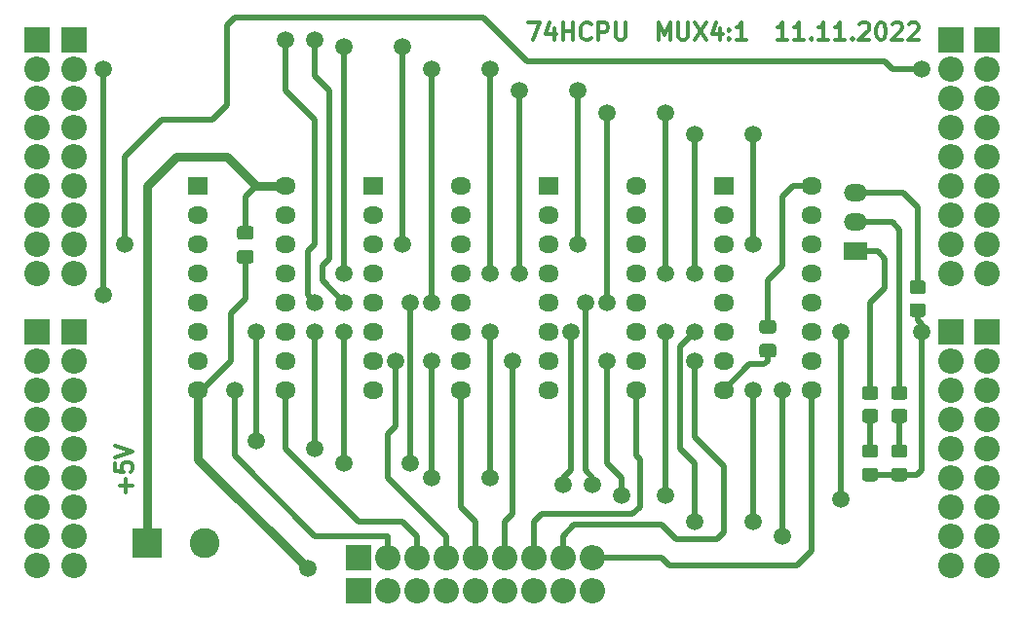
<source format=gbr>
%TF.GenerationSoftware,KiCad,Pcbnew,(5.1.8)-1*%
%TF.CreationDate,2022-11-12T22:57:04+03:00*%
%TF.ProjectId,MUX4x1,4d555834-7831-42e6-9b69-6361645f7063,rev?*%
%TF.SameCoordinates,Original*%
%TF.FileFunction,Copper,L1,Top*%
%TF.FilePolarity,Positive*%
%FSLAX46Y46*%
G04 Gerber Fmt 4.6, Leading zero omitted, Abs format (unit mm)*
G04 Created by KiCad (PCBNEW (5.1.8)-1) date 2022-11-12 22:57:04*
%MOMM*%
%LPD*%
G01*
G04 APERTURE LIST*
%TA.AperFunction,NonConductor*%
%ADD10C,0.300000*%
%TD*%
%TA.AperFunction,ComponentPad*%
%ADD11O,2.200000X2.200000*%
%TD*%
%TA.AperFunction,ComponentPad*%
%ADD12R,2.200000X2.200000*%
%TD*%
%TA.AperFunction,ComponentPad*%
%ADD13O,1.800000X1.500000*%
%TD*%
%TA.AperFunction,ComponentPad*%
%ADD14R,1.800000X1.500000*%
%TD*%
%TA.AperFunction,ComponentPad*%
%ADD15O,2.000000X1.500000*%
%TD*%
%TA.AperFunction,ComponentPad*%
%ADD16R,2.000000X1.500000*%
%TD*%
%TA.AperFunction,ComponentPad*%
%ADD17R,2.600000X2.600000*%
%TD*%
%TA.AperFunction,ComponentPad*%
%ADD18C,2.600000*%
%TD*%
%TA.AperFunction,ViaPad*%
%ADD19C,1.500000*%
%TD*%
%TA.AperFunction,Conductor*%
%ADD20C,0.800000*%
%TD*%
%TA.AperFunction,Conductor*%
%ADD21C,0.500000*%
%TD*%
G04 APERTURE END LIST*
D10*
X81387142Y-100353571D02*
X81387142Y-99210714D01*
X81958571Y-99782142D02*
X80815714Y-99782142D01*
X80458571Y-97782142D02*
X80458571Y-98496428D01*
X81172857Y-98567857D01*
X81101428Y-98496428D01*
X81030000Y-98353571D01*
X81030000Y-97996428D01*
X81101428Y-97853571D01*
X81172857Y-97782142D01*
X81315714Y-97710714D01*
X81672857Y-97710714D01*
X81815714Y-97782142D01*
X81887142Y-97853571D01*
X81958571Y-97996428D01*
X81958571Y-98353571D01*
X81887142Y-98496428D01*
X81815714Y-98567857D01*
X80458571Y-97282142D02*
X81958571Y-96782142D01*
X80458571Y-96282142D01*
X138859285Y-61003571D02*
X138002142Y-61003571D01*
X138430714Y-61003571D02*
X138430714Y-59503571D01*
X138287857Y-59717857D01*
X138145000Y-59860714D01*
X138002142Y-59932142D01*
X140287857Y-61003571D02*
X139430714Y-61003571D01*
X139859285Y-61003571D02*
X139859285Y-59503571D01*
X139716428Y-59717857D01*
X139573571Y-59860714D01*
X139430714Y-59932142D01*
X140930714Y-60860714D02*
X141002142Y-60932142D01*
X140930714Y-61003571D01*
X140859285Y-60932142D01*
X140930714Y-60860714D01*
X140930714Y-61003571D01*
X142430714Y-61003571D02*
X141573571Y-61003571D01*
X142002142Y-61003571D02*
X142002142Y-59503571D01*
X141859285Y-59717857D01*
X141716428Y-59860714D01*
X141573571Y-59932142D01*
X143859285Y-61003571D02*
X143002142Y-61003571D01*
X143430714Y-61003571D02*
X143430714Y-59503571D01*
X143287857Y-59717857D01*
X143145000Y-59860714D01*
X143002142Y-59932142D01*
X144502142Y-60860714D02*
X144573571Y-60932142D01*
X144502142Y-61003571D01*
X144430714Y-60932142D01*
X144502142Y-60860714D01*
X144502142Y-61003571D01*
X145145000Y-59646428D02*
X145216428Y-59575000D01*
X145359285Y-59503571D01*
X145716428Y-59503571D01*
X145859285Y-59575000D01*
X145930714Y-59646428D01*
X146002142Y-59789285D01*
X146002142Y-59932142D01*
X145930714Y-60146428D01*
X145073571Y-61003571D01*
X146002142Y-61003571D01*
X146930714Y-59503571D02*
X147073571Y-59503571D01*
X147216428Y-59575000D01*
X147287857Y-59646428D01*
X147359285Y-59789285D01*
X147430714Y-60075000D01*
X147430714Y-60432142D01*
X147359285Y-60717857D01*
X147287857Y-60860714D01*
X147216428Y-60932142D01*
X147073571Y-61003571D01*
X146930714Y-61003571D01*
X146787857Y-60932142D01*
X146716428Y-60860714D01*
X146645000Y-60717857D01*
X146573571Y-60432142D01*
X146573571Y-60075000D01*
X146645000Y-59789285D01*
X146716428Y-59646428D01*
X146787857Y-59575000D01*
X146930714Y-59503571D01*
X148002142Y-59646428D02*
X148073571Y-59575000D01*
X148216428Y-59503571D01*
X148573571Y-59503571D01*
X148716428Y-59575000D01*
X148787857Y-59646428D01*
X148859285Y-59789285D01*
X148859285Y-59932142D01*
X148787857Y-60146428D01*
X147930714Y-61003571D01*
X148859285Y-61003571D01*
X149430714Y-59646428D02*
X149502142Y-59575000D01*
X149645000Y-59503571D01*
X150002142Y-59503571D01*
X150145000Y-59575000D01*
X150216428Y-59646428D01*
X150287857Y-59789285D01*
X150287857Y-59932142D01*
X150216428Y-60146428D01*
X149359285Y-61003571D01*
X150287857Y-61003571D01*
X127659285Y-61003571D02*
X127659285Y-59503571D01*
X128159285Y-60575000D01*
X128659285Y-59503571D01*
X128659285Y-61003571D01*
X129373571Y-59503571D02*
X129373571Y-60717857D01*
X129445000Y-60860714D01*
X129516428Y-60932142D01*
X129659285Y-61003571D01*
X129945000Y-61003571D01*
X130087857Y-60932142D01*
X130159285Y-60860714D01*
X130230714Y-60717857D01*
X130230714Y-59503571D01*
X130802142Y-59503571D02*
X131802142Y-61003571D01*
X131802142Y-59503571D02*
X130802142Y-61003571D01*
X133016428Y-60003571D02*
X133016428Y-61003571D01*
X132659285Y-59432142D02*
X132302142Y-60503571D01*
X133230714Y-60503571D01*
X133802142Y-60860714D02*
X133873571Y-60932142D01*
X133802142Y-61003571D01*
X133730714Y-60932142D01*
X133802142Y-60860714D01*
X133802142Y-61003571D01*
X133802142Y-60075000D02*
X133873571Y-60146428D01*
X133802142Y-60217857D01*
X133730714Y-60146428D01*
X133802142Y-60075000D01*
X133802142Y-60217857D01*
X135302142Y-61003571D02*
X134445000Y-61003571D01*
X134873571Y-61003571D02*
X134873571Y-59503571D01*
X134730714Y-59717857D01*
X134587857Y-59860714D01*
X134445000Y-59932142D01*
X116364285Y-59503571D02*
X117364285Y-59503571D01*
X116721428Y-61003571D01*
X118578571Y-60003571D02*
X118578571Y-61003571D01*
X118221428Y-59432142D02*
X117864285Y-60503571D01*
X118792857Y-60503571D01*
X119364285Y-61003571D02*
X119364285Y-59503571D01*
X119364285Y-60217857D02*
X120221428Y-60217857D01*
X120221428Y-61003571D02*
X120221428Y-59503571D01*
X121792857Y-60860714D02*
X121721428Y-60932142D01*
X121507142Y-61003571D01*
X121364285Y-61003571D01*
X121150000Y-60932142D01*
X121007142Y-60789285D01*
X120935714Y-60646428D01*
X120864285Y-60360714D01*
X120864285Y-60146428D01*
X120935714Y-59860714D01*
X121007142Y-59717857D01*
X121150000Y-59575000D01*
X121364285Y-59503571D01*
X121507142Y-59503571D01*
X121721428Y-59575000D01*
X121792857Y-59646428D01*
X122435714Y-61003571D02*
X122435714Y-59503571D01*
X123007142Y-59503571D01*
X123150000Y-59575000D01*
X123221428Y-59646428D01*
X123292857Y-59789285D01*
X123292857Y-60003571D01*
X123221428Y-60146428D01*
X123150000Y-60217857D01*
X123007142Y-60289285D01*
X122435714Y-60289285D01*
X123935714Y-59503571D02*
X123935714Y-60717857D01*
X124007142Y-60860714D01*
X124078571Y-60932142D01*
X124221428Y-61003571D01*
X124507142Y-61003571D01*
X124650000Y-60932142D01*
X124721428Y-60860714D01*
X124792857Y-60717857D01*
X124792857Y-59503571D01*
%TO.P,C2,2*%
%TO.N,GND*%
%TA.AperFunction,SMDPad,CuDef*%
G36*
G01*
X136685000Y-87445000D02*
X137635000Y-87445000D01*
G75*
G02*
X137885000Y-87695000I0J-250000D01*
G01*
X137885000Y-88370000D01*
G75*
G02*
X137635000Y-88620000I-250000J0D01*
G01*
X136685000Y-88620000D01*
G75*
G02*
X136435000Y-88370000I0J250000D01*
G01*
X136435000Y-87695000D01*
G75*
G02*
X136685000Y-87445000I250000J0D01*
G01*
G37*
%TD.AperFunction*%
%TO.P,C2,1*%
%TO.N,VCC*%
%TA.AperFunction,SMDPad,CuDef*%
G36*
G01*
X136685000Y-85370000D02*
X137635000Y-85370000D01*
G75*
G02*
X137885000Y-85620000I0J-250000D01*
G01*
X137885000Y-86295000D01*
G75*
G02*
X137635000Y-86545000I-250000J0D01*
G01*
X136685000Y-86545000D01*
G75*
G02*
X136435000Y-86295000I0J250000D01*
G01*
X136435000Y-85620000D01*
G75*
G02*
X136685000Y-85370000I250000J0D01*
G01*
G37*
%TD.AperFunction*%
%TD*%
%TO.P,C1,2*%
%TO.N,GND*%
%TA.AperFunction,SMDPad,CuDef*%
G36*
G01*
X91282500Y-79275000D02*
X92232500Y-79275000D01*
G75*
G02*
X92482500Y-79525000I0J-250000D01*
G01*
X92482500Y-80200000D01*
G75*
G02*
X92232500Y-80450000I-250000J0D01*
G01*
X91282500Y-80450000D01*
G75*
G02*
X91032500Y-80200000I0J250000D01*
G01*
X91032500Y-79525000D01*
G75*
G02*
X91282500Y-79275000I250000J0D01*
G01*
G37*
%TD.AperFunction*%
%TO.P,C1,1*%
%TO.N,VCC*%
%TA.AperFunction,SMDPad,CuDef*%
G36*
G01*
X91282500Y-77200000D02*
X92232500Y-77200000D01*
G75*
G02*
X92482500Y-77450000I0J-250000D01*
G01*
X92482500Y-78125000D01*
G75*
G02*
X92232500Y-78375000I-250000J0D01*
G01*
X91282500Y-78375000D01*
G75*
G02*
X91032500Y-78125000I0J250000D01*
G01*
X91032500Y-77450000D01*
G75*
G02*
X91282500Y-77200000I250000J0D01*
G01*
G37*
%TD.AperFunction*%
%TD*%
D11*
%TO.P,J12,9*%
%TO.N,/O7*%
X121920000Y-108902500D03*
%TO.P,J12,8*%
%TO.N,/O6*%
X119380000Y-108902500D03*
%TO.P,J12,7*%
%TO.N,/O5*%
X116840000Y-108902500D03*
%TO.P,J12,6*%
%TO.N,/O4*%
X114300000Y-108902500D03*
%TO.P,J12,5*%
%TO.N,/O3*%
X111760000Y-108902500D03*
%TO.P,J12,4*%
%TO.N,/O2*%
X109220000Y-108902500D03*
%TO.P,J12,3*%
%TO.N,/O1*%
X106680000Y-108902500D03*
%TO.P,J12,2*%
%TO.N,/O0*%
X104140000Y-108902500D03*
D12*
%TO.P,J12,1*%
%TO.N,GND*%
X101600000Y-108902500D03*
%TD*%
D11*
%TO.P,J11,9*%
%TO.N,/D7*%
X156210000Y-81280000D03*
%TO.P,J11,8*%
%TO.N,/D6*%
X156210000Y-78740000D03*
%TO.P,J11,7*%
%TO.N,/D5*%
X156210000Y-76200000D03*
%TO.P,J11,6*%
%TO.N,/D4*%
X156210000Y-73660000D03*
%TO.P,J11,5*%
%TO.N,/D3*%
X156210000Y-71120000D03*
%TO.P,J11,4*%
%TO.N,/D2*%
X156210000Y-68580000D03*
%TO.P,J11,3*%
%TO.N,/D1*%
X156210000Y-66040000D03*
%TO.P,J11,2*%
%TO.N,/D0*%
X156210000Y-63500000D03*
D12*
%TO.P,J11,1*%
%TO.N,GND*%
X156210000Y-60960000D03*
%TD*%
D11*
%TO.P,J10,9*%
%TO.N,/C7*%
X73660000Y-81280000D03*
%TO.P,J10,8*%
%TO.N,/C6*%
X73660000Y-78740000D03*
%TO.P,J10,7*%
%TO.N,/C5*%
X73660000Y-76200000D03*
%TO.P,J10,6*%
%TO.N,/C4*%
X73660000Y-73660000D03*
%TO.P,J10,5*%
%TO.N,/C3*%
X73660000Y-71120000D03*
%TO.P,J10,4*%
%TO.N,/C2*%
X73660000Y-68580000D03*
%TO.P,J10,3*%
%TO.N,/C1*%
X73660000Y-66040000D03*
%TO.P,J10,2*%
%TO.N,/C0*%
X73660000Y-63500000D03*
D12*
%TO.P,J10,1*%
%TO.N,GND*%
X73660000Y-60960000D03*
%TD*%
D11*
%TO.P,J9,9*%
%TO.N,/B7*%
X156210000Y-106680000D03*
%TO.P,J9,8*%
%TO.N,/B6*%
X156210000Y-104140000D03*
%TO.P,J9,7*%
%TO.N,/B5*%
X156210000Y-101600000D03*
%TO.P,J9,6*%
%TO.N,/B4*%
X156210000Y-99060000D03*
%TO.P,J9,5*%
%TO.N,/B3*%
X156210000Y-96520000D03*
%TO.P,J9,4*%
%TO.N,/B2*%
X156210000Y-93980000D03*
%TO.P,J9,3*%
%TO.N,/B1*%
X156210000Y-91440000D03*
%TO.P,J9,2*%
%TO.N,/B0*%
X156210000Y-88900000D03*
D12*
%TO.P,J9,1*%
%TO.N,GND*%
X156210000Y-86360000D03*
%TD*%
D11*
%TO.P,J8,9*%
%TO.N,/A7*%
X73660000Y-106680000D03*
%TO.P,J8,8*%
%TO.N,/A6*%
X73660000Y-104140000D03*
%TO.P,J8,7*%
%TO.N,/A5*%
X73660000Y-101600000D03*
%TO.P,J8,6*%
%TO.N,/A4*%
X73660000Y-99060000D03*
%TO.P,J8,5*%
%TO.N,/A3*%
X73660000Y-96520000D03*
%TO.P,J8,4*%
%TO.N,/A2*%
X73660000Y-93980000D03*
%TO.P,J8,3*%
%TO.N,/A1*%
X73660000Y-91440000D03*
%TO.P,J8,2*%
%TO.N,/A0*%
X73660000Y-88900000D03*
D12*
%TO.P,J8,1*%
%TO.N,GND*%
X73660000Y-86360000D03*
%TD*%
D13*
%TO.P,U2,16*%
%TO.N,VCC*%
X110490000Y-73660000D03*
%TO.P,U2,8*%
%TO.N,GND*%
X102870000Y-91440000D03*
%TO.P,U2,15*%
%TO.N,/~E*%
X110490000Y-76200000D03*
%TO.P,U2,7*%
%TO.N,/O2*%
X102870000Y-88900000D03*
%TO.P,U2,14*%
%TO.N,/S0*%
X110490000Y-78740000D03*
%TO.P,U2,6*%
%TO.N,/A2*%
X102870000Y-86360000D03*
%TO.P,U2,13*%
%TO.N,/D3*%
X110490000Y-81280000D03*
%TO.P,U2,5*%
%TO.N,/B2*%
X102870000Y-83820000D03*
%TO.P,U2,12*%
%TO.N,/C3*%
X110490000Y-83820000D03*
%TO.P,U2,4*%
%TO.N,/C2*%
X102870000Y-81280000D03*
%TO.P,U2,11*%
%TO.N,/B3*%
X110490000Y-86360000D03*
%TO.P,U2,3*%
%TO.N,/D2*%
X102870000Y-78740000D03*
%TO.P,U2,10*%
%TO.N,/A3*%
X110490000Y-88900000D03*
%TO.P,U2,2*%
%TO.N,/S1*%
X102870000Y-76200000D03*
%TO.P,U2,9*%
%TO.N,/O3*%
X110490000Y-91440000D03*
D14*
%TO.P,U2,1*%
%TO.N,/~E*%
X102870000Y-73660000D03*
%TD*%
%TO.P,R1,2*%
%TO.N,GND*%
%TA.AperFunction,SMDPad,CuDef*%
G36*
G01*
X149727499Y-83902500D02*
X150627501Y-83902500D01*
G75*
G02*
X150877500Y-84152499I0J-249999D01*
G01*
X150877500Y-84852501D01*
G75*
G02*
X150627501Y-85102500I-249999J0D01*
G01*
X149727499Y-85102500D01*
G75*
G02*
X149477500Y-84852501I0J249999D01*
G01*
X149477500Y-84152499D01*
G75*
G02*
X149727499Y-83902500I249999J0D01*
G01*
G37*
%TD.AperFunction*%
%TO.P,R1,1*%
%TO.N,/~E*%
%TA.AperFunction,SMDPad,CuDef*%
G36*
G01*
X149727499Y-81902500D02*
X150627501Y-81902500D01*
G75*
G02*
X150877500Y-82152499I0J-249999D01*
G01*
X150877500Y-82852501D01*
G75*
G02*
X150627501Y-83102500I-249999J0D01*
G01*
X149727499Y-83102500D01*
G75*
G02*
X149477500Y-82852501I0J249999D01*
G01*
X149477500Y-82152499D01*
G75*
G02*
X149727499Y-81902500I249999J0D01*
G01*
G37*
%TD.AperFunction*%
%TD*%
D15*
%TO.P,J7,3*%
%TO.N,/~E*%
X144780000Y-74295000D03*
%TO.P,J7,2*%
%TO.N,/S1*%
X144780000Y-76835000D03*
D16*
%TO.P,J7,1*%
%TO.N,/S0*%
X144780000Y-79375000D03*
%TD*%
D17*
%TO.P,J1,1*%
%TO.N,VCC*%
X83185000Y-104775000D03*
D18*
%TO.P,J1,2*%
%TO.N,GND*%
X88185000Y-104775000D03*
%TD*%
D12*
%TO.P,J2,1*%
%TO.N,GND*%
X76835000Y-86360000D03*
D11*
%TO.P,J2,2*%
%TO.N,/A0*%
X76835000Y-88900000D03*
%TO.P,J2,3*%
%TO.N,/A1*%
X76835000Y-91440000D03*
%TO.P,J2,4*%
%TO.N,/A2*%
X76835000Y-93980000D03*
%TO.P,J2,5*%
%TO.N,/A3*%
X76835000Y-96520000D03*
%TO.P,J2,6*%
%TO.N,/A4*%
X76835000Y-99060000D03*
%TO.P,J2,7*%
%TO.N,/A5*%
X76835000Y-101600000D03*
%TO.P,J2,8*%
%TO.N,/A6*%
X76835000Y-104140000D03*
%TO.P,J2,9*%
%TO.N,/A7*%
X76835000Y-106680000D03*
%TD*%
%TO.P,J3,9*%
%TO.N,/B7*%
X153035000Y-106680000D03*
%TO.P,J3,8*%
%TO.N,/B6*%
X153035000Y-104140000D03*
%TO.P,J3,7*%
%TO.N,/B5*%
X153035000Y-101600000D03*
%TO.P,J3,6*%
%TO.N,/B4*%
X153035000Y-99060000D03*
%TO.P,J3,5*%
%TO.N,/B3*%
X153035000Y-96520000D03*
%TO.P,J3,4*%
%TO.N,/B2*%
X153035000Y-93980000D03*
%TO.P,J3,3*%
%TO.N,/B1*%
X153035000Y-91440000D03*
%TO.P,J3,2*%
%TO.N,/B0*%
X153035000Y-88900000D03*
D12*
%TO.P,J3,1*%
%TO.N,GND*%
X153035000Y-86360000D03*
%TD*%
%TO.P,J4,1*%
%TO.N,GND*%
X76835000Y-60960000D03*
D11*
%TO.P,J4,2*%
%TO.N,/C0*%
X76835000Y-63500000D03*
%TO.P,J4,3*%
%TO.N,/C1*%
X76835000Y-66040000D03*
%TO.P,J4,4*%
%TO.N,/C2*%
X76835000Y-68580000D03*
%TO.P,J4,5*%
%TO.N,/C3*%
X76835000Y-71120000D03*
%TO.P,J4,6*%
%TO.N,/C4*%
X76835000Y-73660000D03*
%TO.P,J4,7*%
%TO.N,/C5*%
X76835000Y-76200000D03*
%TO.P,J4,8*%
%TO.N,/C6*%
X76835000Y-78740000D03*
%TO.P,J4,9*%
%TO.N,/C7*%
X76835000Y-81280000D03*
%TD*%
%TO.P,J5,9*%
%TO.N,/D7*%
X153035000Y-81280000D03*
%TO.P,J5,8*%
%TO.N,/D6*%
X153035000Y-78740000D03*
%TO.P,J5,7*%
%TO.N,/D5*%
X153035000Y-76200000D03*
%TO.P,J5,6*%
%TO.N,/D4*%
X153035000Y-73660000D03*
%TO.P,J5,5*%
%TO.N,/D3*%
X153035000Y-71120000D03*
%TO.P,J5,4*%
%TO.N,/D2*%
X153035000Y-68580000D03*
%TO.P,J5,3*%
%TO.N,/D1*%
X153035000Y-66040000D03*
%TO.P,J5,2*%
%TO.N,/D0*%
X153035000Y-63500000D03*
D12*
%TO.P,J5,1*%
%TO.N,GND*%
X153035000Y-60960000D03*
%TD*%
%TO.P,J6,1*%
%TO.N,GND*%
X101600000Y-106045000D03*
D11*
%TO.P,J6,2*%
%TO.N,/O0*%
X104140000Y-106045000D03*
%TO.P,J6,3*%
%TO.N,/O1*%
X106680000Y-106045000D03*
%TO.P,J6,4*%
%TO.N,/O2*%
X109220000Y-106045000D03*
%TO.P,J6,5*%
%TO.N,/O3*%
X111760000Y-106045000D03*
%TO.P,J6,6*%
%TO.N,/O4*%
X114300000Y-106045000D03*
%TO.P,J6,7*%
%TO.N,/O5*%
X116840000Y-106045000D03*
%TO.P,J6,8*%
%TO.N,/O6*%
X119380000Y-106045000D03*
%TO.P,J6,9*%
%TO.N,/O7*%
X121920000Y-106045000D03*
%TD*%
D14*
%TO.P,U1,1*%
%TO.N,/~E*%
X87630000Y-73660000D03*
D13*
%TO.P,U1,9*%
%TO.N,/O1*%
X95250000Y-91440000D03*
%TO.P,U1,2*%
%TO.N,/S1*%
X87630000Y-76200000D03*
%TO.P,U1,10*%
%TO.N,/A1*%
X95250000Y-88900000D03*
%TO.P,U1,3*%
%TO.N,/D0*%
X87630000Y-78740000D03*
%TO.P,U1,11*%
%TO.N,/B1*%
X95250000Y-86360000D03*
%TO.P,U1,4*%
%TO.N,/C0*%
X87630000Y-81280000D03*
%TO.P,U1,12*%
%TO.N,/C1*%
X95250000Y-83820000D03*
%TO.P,U1,5*%
%TO.N,/B0*%
X87630000Y-83820000D03*
%TO.P,U1,13*%
%TO.N,/D1*%
X95250000Y-81280000D03*
%TO.P,U1,6*%
%TO.N,/A0*%
X87630000Y-86360000D03*
%TO.P,U1,14*%
%TO.N,/S0*%
X95250000Y-78740000D03*
%TO.P,U1,7*%
%TO.N,/O0*%
X87630000Y-88900000D03*
%TO.P,U1,15*%
%TO.N,/~E*%
X95250000Y-76200000D03*
%TO.P,U1,8*%
%TO.N,GND*%
X87630000Y-91440000D03*
%TO.P,U1,16*%
%TO.N,VCC*%
X95250000Y-73660000D03*
%TD*%
D14*
%TO.P,U3,1*%
%TO.N,/~E*%
X118110000Y-73660000D03*
D13*
%TO.P,U3,9*%
%TO.N,/O5*%
X125730000Y-91440000D03*
%TO.P,U3,2*%
%TO.N,/S1*%
X118110000Y-76200000D03*
%TO.P,U3,10*%
%TO.N,/A5*%
X125730000Y-88900000D03*
%TO.P,U3,3*%
%TO.N,/D4*%
X118110000Y-78740000D03*
%TO.P,U3,11*%
%TO.N,/B5*%
X125730000Y-86360000D03*
%TO.P,U3,4*%
%TO.N,/C4*%
X118110000Y-81280000D03*
%TO.P,U3,12*%
%TO.N,/C5*%
X125730000Y-83820000D03*
%TO.P,U3,5*%
%TO.N,/B4*%
X118110000Y-83820000D03*
%TO.P,U3,13*%
%TO.N,/D5*%
X125730000Y-81280000D03*
%TO.P,U3,6*%
%TO.N,/A4*%
X118110000Y-86360000D03*
%TO.P,U3,14*%
%TO.N,/S0*%
X125730000Y-78740000D03*
%TO.P,U3,7*%
%TO.N,/O4*%
X118110000Y-88900000D03*
%TO.P,U3,15*%
%TO.N,/~E*%
X125730000Y-76200000D03*
%TO.P,U3,8*%
%TO.N,GND*%
X118110000Y-91440000D03*
%TO.P,U3,16*%
%TO.N,VCC*%
X125730000Y-73660000D03*
%TD*%
%TO.P,U4,16*%
%TO.N,VCC*%
X140970000Y-73660000D03*
%TO.P,U4,8*%
%TO.N,GND*%
X133350000Y-91440000D03*
%TO.P,U4,15*%
%TO.N,/~E*%
X140970000Y-76200000D03*
%TO.P,U4,7*%
%TO.N,/O6*%
X133350000Y-88900000D03*
%TO.P,U4,14*%
%TO.N,/S0*%
X140970000Y-78740000D03*
%TO.P,U4,6*%
%TO.N,/A6*%
X133350000Y-86360000D03*
%TO.P,U4,13*%
%TO.N,/D7*%
X140970000Y-81280000D03*
%TO.P,U4,5*%
%TO.N,/B6*%
X133350000Y-83820000D03*
%TO.P,U4,12*%
%TO.N,/C7*%
X140970000Y-83820000D03*
%TO.P,U4,4*%
%TO.N,/C6*%
X133350000Y-81280000D03*
%TO.P,U4,11*%
%TO.N,/B7*%
X140970000Y-86360000D03*
%TO.P,U4,3*%
%TO.N,/D6*%
X133350000Y-78740000D03*
%TO.P,U4,10*%
%TO.N,/A7*%
X140970000Y-88900000D03*
%TO.P,U4,2*%
%TO.N,/S1*%
X133350000Y-76200000D03*
%TO.P,U4,9*%
%TO.N,/O7*%
X140970000Y-91440000D03*
D14*
%TO.P,U4,1*%
%TO.N,/~E*%
X133350000Y-73660000D03*
%TD*%
%TO.P,D1,1*%
%TO.N,GND*%
%TA.AperFunction,SMDPad,CuDef*%
G36*
G01*
X146500001Y-99390000D02*
X145599999Y-99390000D01*
G75*
G02*
X145350000Y-99140001I0J249999D01*
G01*
X145350000Y-98489999D01*
G75*
G02*
X145599999Y-98240000I249999J0D01*
G01*
X146500001Y-98240000D01*
G75*
G02*
X146750000Y-98489999I0J-249999D01*
G01*
X146750000Y-99140001D01*
G75*
G02*
X146500001Y-99390000I-249999J0D01*
G01*
G37*
%TD.AperFunction*%
%TO.P,D1,2*%
%TO.N,Net-(D1-Pad2)*%
%TA.AperFunction,SMDPad,CuDef*%
G36*
G01*
X146500001Y-97340000D02*
X145599999Y-97340000D01*
G75*
G02*
X145350000Y-97090001I0J249999D01*
G01*
X145350000Y-96439999D01*
G75*
G02*
X145599999Y-96190000I249999J0D01*
G01*
X146500001Y-96190000D01*
G75*
G02*
X146750000Y-96439999I0J-249999D01*
G01*
X146750000Y-97090001D01*
G75*
G02*
X146500001Y-97340000I-249999J0D01*
G01*
G37*
%TD.AperFunction*%
%TD*%
%TO.P,D2,2*%
%TO.N,Net-(D2-Pad2)*%
%TA.AperFunction,SMDPad,CuDef*%
G36*
G01*
X149040001Y-97340000D02*
X148139999Y-97340000D01*
G75*
G02*
X147890000Y-97090001I0J249999D01*
G01*
X147890000Y-96439999D01*
G75*
G02*
X148139999Y-96190000I249999J0D01*
G01*
X149040001Y-96190000D01*
G75*
G02*
X149290000Y-96439999I0J-249999D01*
G01*
X149290000Y-97090001D01*
G75*
G02*
X149040001Y-97340000I-249999J0D01*
G01*
G37*
%TD.AperFunction*%
%TO.P,D2,1*%
%TO.N,GND*%
%TA.AperFunction,SMDPad,CuDef*%
G36*
G01*
X149040001Y-99390000D02*
X148139999Y-99390000D01*
G75*
G02*
X147890000Y-99140001I0J249999D01*
G01*
X147890000Y-98489999D01*
G75*
G02*
X148139999Y-98240000I249999J0D01*
G01*
X149040001Y-98240000D01*
G75*
G02*
X149290000Y-98489999I0J-249999D01*
G01*
X149290000Y-99140001D01*
G75*
G02*
X149040001Y-99390000I-249999J0D01*
G01*
G37*
%TD.AperFunction*%
%TD*%
%TO.P,R2,2*%
%TO.N,/S0*%
%TA.AperFunction,SMDPad,CuDef*%
G36*
G01*
X146500001Y-92310000D02*
X145599999Y-92310000D01*
G75*
G02*
X145350000Y-92060001I0J249999D01*
G01*
X145350000Y-91359999D01*
G75*
G02*
X145599999Y-91110000I249999J0D01*
G01*
X146500001Y-91110000D01*
G75*
G02*
X146750000Y-91359999I0J-249999D01*
G01*
X146750000Y-92060001D01*
G75*
G02*
X146500001Y-92310000I-249999J0D01*
G01*
G37*
%TD.AperFunction*%
%TO.P,R2,1*%
%TO.N,Net-(D1-Pad2)*%
%TA.AperFunction,SMDPad,CuDef*%
G36*
G01*
X146500001Y-94310000D02*
X145599999Y-94310000D01*
G75*
G02*
X145350000Y-94060001I0J249999D01*
G01*
X145350000Y-93359999D01*
G75*
G02*
X145599999Y-93110000I249999J0D01*
G01*
X146500001Y-93110000D01*
G75*
G02*
X146750000Y-93359999I0J-249999D01*
G01*
X146750000Y-94060001D01*
G75*
G02*
X146500001Y-94310000I-249999J0D01*
G01*
G37*
%TD.AperFunction*%
%TD*%
%TO.P,R3,1*%
%TO.N,Net-(D2-Pad2)*%
%TA.AperFunction,SMDPad,CuDef*%
G36*
G01*
X149040001Y-94310000D02*
X148139999Y-94310000D01*
G75*
G02*
X147890000Y-94060001I0J249999D01*
G01*
X147890000Y-93359999D01*
G75*
G02*
X148139999Y-93110000I249999J0D01*
G01*
X149040001Y-93110000D01*
G75*
G02*
X149290000Y-93359999I0J-249999D01*
G01*
X149290000Y-94060001D01*
G75*
G02*
X149040001Y-94310000I-249999J0D01*
G01*
G37*
%TD.AperFunction*%
%TO.P,R3,2*%
%TO.N,/S1*%
%TA.AperFunction,SMDPad,CuDef*%
G36*
G01*
X149040001Y-92310000D02*
X148139999Y-92310000D01*
G75*
G02*
X147890000Y-92060001I0J249999D01*
G01*
X147890000Y-91359999D01*
G75*
G02*
X148139999Y-91110000I249999J0D01*
G01*
X149040001Y-91110000D01*
G75*
G02*
X149290000Y-91359999I0J-249999D01*
G01*
X149290000Y-92060001D01*
G75*
G02*
X149040001Y-92310000I-249999J0D01*
G01*
G37*
%TD.AperFunction*%
%TD*%
D19*
%TO.N,GND*%
X97155000Y-106997500D03*
X150495000Y-86360000D03*
%TO.N,/A2*%
X100330000Y-97790000D03*
X100330000Y-86360000D03*
%TO.N,/A3*%
X107950000Y-99060000D03*
X107950000Y-88900000D03*
%TO.N,/A4*%
X120015000Y-86360000D03*
X119380000Y-99695000D03*
%TO.N,/A5*%
X124460000Y-100647500D03*
X123190000Y-88900000D03*
%TO.N,/A6*%
X130810000Y-102870000D03*
X130810000Y-86360000D03*
%TO.N,/A7*%
X138430000Y-104140000D03*
X138430000Y-91440000D03*
%TO.N,/B7*%
X143510000Y-100965000D03*
X143510000Y-86360000D03*
%TO.N,/B6*%
X135890000Y-102870000D03*
X135890000Y-91440000D03*
%TO.N,/B5*%
X128270000Y-100647500D03*
X128270000Y-86360000D03*
%TO.N,/B4*%
X121285000Y-83820000D03*
X121920000Y-99695000D03*
%TO.N,/B3*%
X113030000Y-99060000D03*
X113030000Y-86360000D03*
%TO.N,/B2*%
X106045000Y-97790000D03*
X106045000Y-83820000D03*
%TO.N,/B1*%
X97790000Y-96520000D03*
X97790000Y-86360000D03*
%TO.N,/B0*%
X92710000Y-95885000D03*
X92710000Y-86360000D03*
%TO.N,/C0*%
X79375000Y-63500000D03*
X79375000Y-83185000D03*
%TO.N,/C1*%
X97790000Y-83820000D03*
X95250000Y-60960000D03*
%TO.N,/C2*%
X100330000Y-81280000D03*
X100330000Y-61595000D03*
%TO.N,/C3*%
X107950000Y-63500000D03*
X107950000Y-83820000D03*
%TO.N,/C4*%
X115570000Y-65405000D03*
X115570000Y-81280000D03*
%TO.N,/C5*%
X123190000Y-67310000D03*
X123190000Y-83820000D03*
%TO.N,/C6*%
X130810000Y-69215000D03*
X130810000Y-81280000D03*
%TO.N,/D6*%
X135890000Y-69215000D03*
X135890000Y-78740000D03*
%TO.N,/D5*%
X128270000Y-67310000D03*
X128270000Y-81280000D03*
%TO.N,/D4*%
X120650000Y-65405000D03*
X120650000Y-78740000D03*
%TO.N,/D3*%
X113030000Y-63500000D03*
X113030000Y-81280000D03*
%TO.N,/D2*%
X105410000Y-61595000D03*
X105410000Y-78740000D03*
%TO.N,/D1*%
X97790000Y-60960000D03*
X100330000Y-83820000D03*
%TO.N,/D0*%
X81280000Y-78740000D03*
X150495000Y-63500000D03*
%TO.N,/O0*%
X90805000Y-91440000D03*
%TO.N,/O2*%
X104775000Y-88900000D03*
%TO.N,/O4*%
X114935000Y-88900000D03*
%TO.N,/O6*%
X130810000Y-88900000D03*
%TD*%
D20*
%TO.N,VCC*%
X85725000Y-71120000D02*
X85725000Y-71120000D01*
X83185000Y-73660000D02*
X85725000Y-71120000D01*
X92710000Y-73660000D02*
X90170000Y-71120000D01*
X95250000Y-73660000D02*
X92710000Y-73660000D01*
X85725000Y-71120000D02*
X90170000Y-71120000D01*
X83185000Y-93980000D02*
X83185000Y-73660000D01*
X83185000Y-104775000D02*
X83185000Y-93980000D01*
D21*
X91757500Y-74612500D02*
X92710000Y-73660000D01*
X91757500Y-77787500D02*
X91757500Y-74612500D01*
X140970000Y-73660000D02*
X139382500Y-73660000D01*
X139382500Y-73660000D02*
X138430000Y-74612500D01*
X138430000Y-74612500D02*
X138430000Y-80645000D01*
X137160000Y-81915000D02*
X137160000Y-85957500D01*
X138430000Y-80645000D02*
X137160000Y-81915000D01*
%TO.N,GND*%
X146050000Y-98815000D02*
X149225000Y-98815000D01*
X148590000Y-98815000D02*
X150105000Y-98815000D01*
X150105000Y-98815000D02*
X150495000Y-98425000D01*
X150495000Y-98425000D02*
X150495000Y-86360000D01*
D20*
X87630000Y-97472500D02*
X97155000Y-106997500D01*
X87630000Y-93980000D02*
X87630000Y-97472500D01*
X87630000Y-91440000D02*
X87630000Y-93980000D01*
D21*
X150177500Y-84502500D02*
X150177500Y-85407500D01*
X91757500Y-79862500D02*
X91757500Y-83502500D01*
X91757500Y-83502500D02*
X90487500Y-84772500D01*
X90487500Y-84772500D02*
X90487500Y-88900000D01*
X87947500Y-91440000D02*
X87630000Y-91440000D01*
X90487500Y-88900000D02*
X87947500Y-91440000D01*
X133350000Y-91440000D02*
X135572500Y-89217500D01*
X135572500Y-89217500D02*
X136842500Y-89217500D01*
X137160000Y-88900000D02*
X137160000Y-88032500D01*
X136842500Y-89217500D02*
X137160000Y-88900000D01*
X150495000Y-85725000D02*
X150177500Y-85407500D01*
X150495000Y-86360000D02*
X150495000Y-85725000D01*
%TO.N,/A2*%
X100330000Y-97790000D02*
X100330000Y-96520000D01*
X100330000Y-86360000D02*
X100330000Y-96520000D01*
%TO.N,/A3*%
X107950000Y-88900000D02*
X107950000Y-99060000D01*
%TO.N,/A4*%
X119380000Y-99060000D02*
X119380000Y-99695000D01*
X120015000Y-98425000D02*
X119380000Y-99060000D01*
X120015000Y-86360000D02*
X120015000Y-98425000D01*
%TO.N,/A5*%
X123190000Y-97790000D02*
X124460000Y-99060000D01*
X124460000Y-99060000D02*
X124460000Y-100647500D01*
X123190000Y-88900000D02*
X123190000Y-97790000D01*
%TO.N,/A6*%
X129540000Y-96520000D02*
X130810000Y-97790000D01*
X130810000Y-97790000D02*
X130810000Y-102870000D01*
X129540000Y-87630000D02*
X130810000Y-86360000D01*
X129540000Y-87630000D02*
X129540000Y-96520000D01*
%TO.N,/A7*%
X138430000Y-91440000D02*
X138430000Y-104140000D01*
%TO.N,/B7*%
X143510000Y-86360000D02*
X143510000Y-100965000D01*
%TO.N,/B6*%
X135890000Y-91440000D02*
X135890000Y-102870000D01*
%TO.N,/B5*%
X128270000Y-86360000D02*
X128270000Y-100647500D01*
%TO.N,/B4*%
X121285000Y-98425000D02*
X121920000Y-99060000D01*
X121920000Y-99060000D02*
X121920000Y-99695000D01*
X121285000Y-83820000D02*
X121285000Y-98425000D01*
%TO.N,/B3*%
X113030000Y-86360000D02*
X113030000Y-99060000D01*
%TO.N,/B2*%
X106045000Y-95885000D02*
X106045000Y-97790000D01*
X106045000Y-83820000D02*
X106045000Y-95885000D01*
%TO.N,/B1*%
X97790000Y-86360000D02*
X97790000Y-96520000D01*
%TO.N,/B0*%
X92710000Y-95885000D02*
X92710000Y-86360000D01*
%TO.N,/C0*%
X79375000Y-63500000D02*
X79375000Y-83185000D01*
%TO.N,/C1*%
X97155000Y-83185000D02*
X97790000Y-83820000D01*
X97155000Y-79375000D02*
X97155000Y-83185000D01*
X97790000Y-78740000D02*
X97155000Y-79375000D01*
X97790000Y-67945000D02*
X97790000Y-78740000D01*
X95250000Y-65405000D02*
X97790000Y-67945000D01*
X95250000Y-60960000D02*
X95250000Y-65405000D01*
%TO.N,/C2*%
X100330000Y-81280000D02*
X100330000Y-61595000D01*
X100330000Y-68580000D02*
X100330000Y-68580000D01*
%TO.N,/C3*%
X107950000Y-63500000D02*
X107950000Y-83820000D01*
%TO.N,/C4*%
X115570000Y-81280000D02*
X115570000Y-65405000D01*
%TO.N,/C5*%
X123190000Y-83820000D02*
X123190000Y-67310000D01*
%TO.N,/C6*%
X130810000Y-81280000D02*
X130810000Y-69215000D01*
%TO.N,/D6*%
X135890000Y-78740000D02*
X135890000Y-69215000D01*
%TO.N,/D5*%
X128270000Y-81280000D02*
X128270000Y-67310000D01*
%TO.N,/D4*%
X120650000Y-78740000D02*
X120650000Y-65405000D01*
%TO.N,/D3*%
X113030000Y-81280000D02*
X113030000Y-63500000D01*
%TO.N,/D2*%
X105410000Y-61595000D02*
X105410000Y-78740000D01*
%TO.N,/D1*%
X98425000Y-81915000D02*
X100330000Y-83820000D01*
X98425000Y-80645000D02*
X98425000Y-81915000D01*
X99060000Y-80010000D02*
X98425000Y-80645000D01*
X99060000Y-65405000D02*
X99060000Y-80010000D01*
X97790000Y-64135000D02*
X99060000Y-65405000D01*
X97790000Y-60960000D02*
X97790000Y-64135000D01*
%TO.N,/D0*%
X81280000Y-78740000D02*
X81280000Y-71120000D01*
X81280000Y-71120000D02*
X84455000Y-67945000D01*
X84455000Y-67945000D02*
X88900000Y-67945000D01*
X88900000Y-67945000D02*
X90170000Y-66675000D01*
X90170000Y-66675000D02*
X90170000Y-59690000D01*
X90170000Y-59690000D02*
X90805000Y-59055000D01*
X90805000Y-59055000D02*
X112395000Y-59055000D01*
X112395000Y-59055000D02*
X116205000Y-62865000D01*
X150495000Y-63500000D02*
X150495000Y-63500000D01*
X147955000Y-63500000D02*
X147320000Y-62865000D01*
X150495000Y-63500000D02*
X147955000Y-63500000D01*
X116205000Y-62865000D02*
X147320000Y-62865000D01*
%TO.N,/O0*%
X104140000Y-104140000D02*
X104140000Y-106680000D01*
X97790000Y-104140000D02*
X104140000Y-104140000D01*
X90805000Y-91440000D02*
X90805000Y-97155000D01*
X90805000Y-97155000D02*
X97790000Y-104140000D01*
%TO.N,/O1*%
X95250000Y-91440000D02*
X95250000Y-96520000D01*
X95250000Y-96520000D02*
X101600000Y-102870000D01*
X101600000Y-102870000D02*
X105410000Y-102870000D01*
X106680000Y-104140000D02*
X106680000Y-106680000D01*
X105410000Y-102870000D02*
X106680000Y-104140000D01*
%TO.N,/O2*%
X109220000Y-104140000D02*
X109220000Y-106680000D01*
X104140000Y-99060000D02*
X109220000Y-104140000D01*
X104140000Y-95250000D02*
X104140000Y-99060000D01*
X104775000Y-94615000D02*
X104140000Y-95250000D01*
X104775000Y-88900000D02*
X104775000Y-94615000D01*
%TO.N,/O3*%
X111760000Y-102870000D02*
X111760000Y-106680000D01*
X110490000Y-101600000D02*
X111760000Y-102870000D01*
X110490000Y-91440000D02*
X110490000Y-101600000D01*
%TO.N,/O4*%
X114300000Y-106680000D02*
X114300000Y-102870000D01*
X114935000Y-102235000D02*
X114300000Y-102870000D01*
X114935000Y-88900000D02*
X114935000Y-102235000D01*
%TO.N,/O5*%
X125730000Y-97155000D02*
X125730000Y-91440000D01*
X126047500Y-101600000D02*
X126047500Y-97472500D01*
X117475000Y-102235000D02*
X125412500Y-102235000D01*
X126047500Y-97472500D02*
X125730000Y-97155000D01*
X116840000Y-102870000D02*
X117475000Y-102235000D01*
X125412500Y-102235000D02*
X126047500Y-101600000D01*
X116840000Y-106680000D02*
X116840000Y-102870000D01*
%TO.N,/O6*%
X130810000Y-95567500D02*
X130810000Y-88900000D01*
X133350000Y-98107500D02*
X130810000Y-95567500D01*
X120332500Y-103187500D02*
X127952500Y-103187500D01*
X119380000Y-104140000D02*
X120332500Y-103187500D01*
X119380000Y-106680000D02*
X119380000Y-104140000D01*
X127952500Y-103187500D02*
X129222500Y-104457500D01*
X132715000Y-104457500D02*
X133350000Y-103822500D01*
X133350000Y-103822500D02*
X133350000Y-98107500D01*
X129222500Y-104457500D02*
X132715000Y-104457500D01*
%TO.N,/O7*%
X140970000Y-91440000D02*
X140970000Y-105410000D01*
X140970000Y-105410000D02*
X139700000Y-106680000D01*
X127952500Y-106045000D02*
X128587500Y-106680000D01*
X121920000Y-106045000D02*
X127952500Y-106045000D01*
X139700000Y-106680000D02*
X128587500Y-106680000D01*
%TO.N,/~E*%
X144780000Y-74295000D02*
X148907500Y-74295000D01*
X150177500Y-75565000D02*
X150177500Y-82502500D01*
X148907500Y-74295000D02*
X150177500Y-75565000D01*
%TO.N,/S1*%
X147955000Y-76835000D02*
X144780000Y-76835000D01*
X148590000Y-77470000D02*
X147955000Y-76835000D01*
X148590000Y-91710000D02*
X148590000Y-77470000D01*
%TO.N,/S0*%
X146685000Y-79375000D02*
X144780000Y-79375000D01*
X147320000Y-80010000D02*
X146685000Y-79375000D01*
X147320000Y-82550000D02*
X147320000Y-80010000D01*
X146050000Y-83820000D02*
X147320000Y-82550000D01*
X146050000Y-91710000D02*
X146050000Y-83820000D01*
%TO.N,Net-(D1-Pad2)*%
X146050000Y-93710000D02*
X146050000Y-96765000D01*
%TO.N,Net-(D2-Pad2)*%
X148590000Y-93710000D02*
X148590000Y-96765000D01*
%TD*%
M02*

</source>
